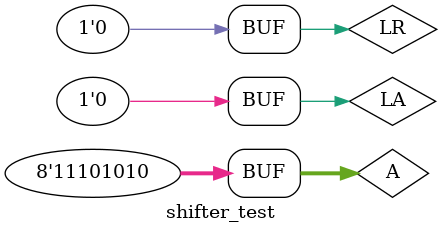
<source format=v>
module shifter_test;
	
	reg [7:0] A;
	reg LA, LR;
	
	wire [7:0] Y;
	wire SO, OVR, CO;
	
	shifter UUT(
		.A		(A),
		.LA	(LA),
		.LR	(LR),
		.Y		(Y),
		.SO	(SO),
		.OVR	(OVR),
		.CO	(CO)
	);
	
	initial begin
		A = 8'b11101010;
		LA = 1'b0;
		LR = 1'b0;
	end

	endmodule
</source>
